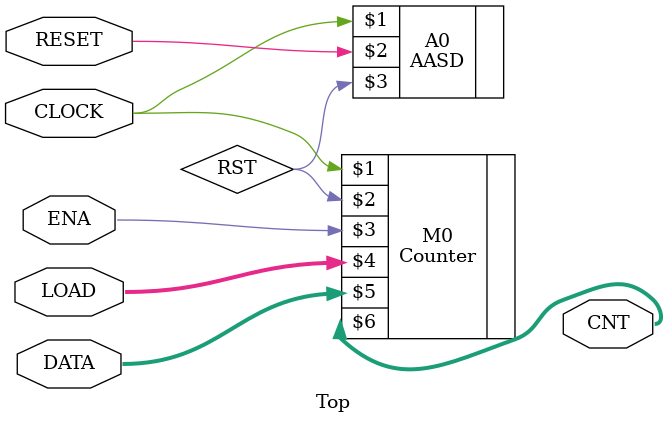
<source format=v>
/*************************************************************************** 
 ***                                                                     *** 
 *** EE 526 L Experiment #5              Avinash Damse, Spring, 2023 *** 
 ***                                                                     *** 
 *** Experiment #5                                                  *** 
 ***                                                                     *** 
 *************************************************************************** 
 ***  Filename: Top.v            Created by Avinash Damse, 8st Mar 2023  *** 
 ***    --- revision history, if any, goes here ---                      *** 
 ***************************************************************************/ 


`timescale 1 ns / 1 ns

module Top(CNT, CLOCK, RESET, ENA, LOAD, DATA );

	input CLOCK, RESET, ENA; //inputs
	input [2:0] LOAD;		//input
	input [7:0] DATA;		//input
	
	output [7:0] CNT;		//output
	wire RST;
	
	Counter M0 (CLOCK, RST, ENA, LOAD, DATA, CNT); //instantiation of Counter module
	AASD A0 ( CLOCK, RESET, RST);	//instantiation of AASD module
	
	
endmodule

	 
	
</source>
